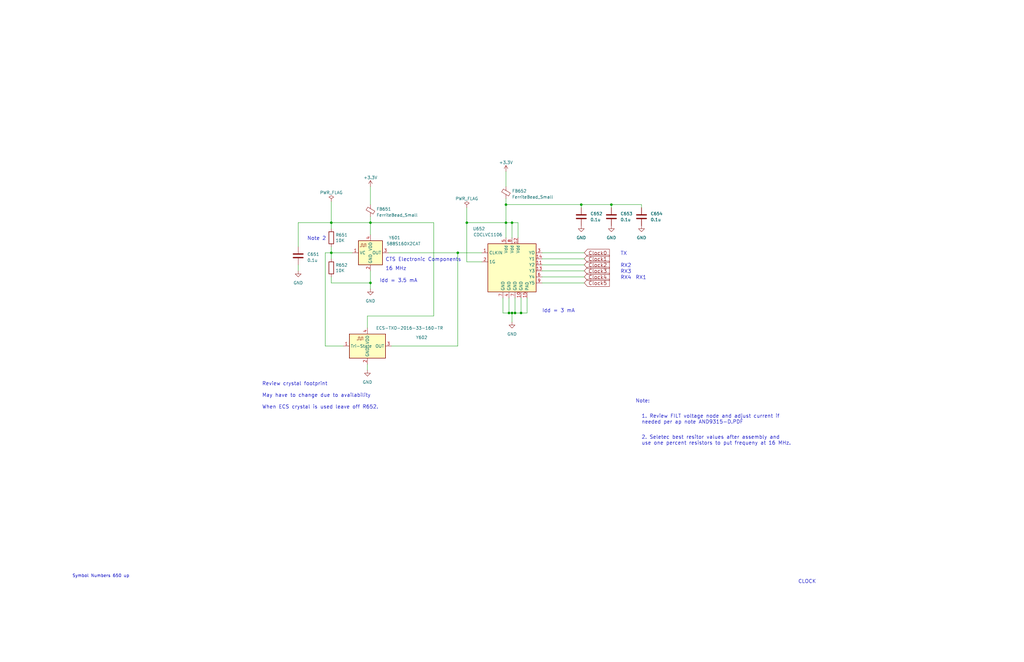
<source format=kicad_sch>
(kicad_sch (version 20230121) (generator eeschema)
  (paper "USLedger")
  (title_block (title "Radiation Tolerant PacSat Communication") (date "2023-06-17") (rev "A") (company "AMSAT-NA") (comment 1 "N5BRG"))
  (lib_symbols
    (symbol "Device:C" (pin_numbers hide) (pin_names (offset 0.254))
      (property "Reference" "C" (at 0.635 2.54 0))
      (property "Value" "C" (at 0.635 -2.54 0))
      (symbol "C_0_1"
        (polyline (pts (xy -2.032 -0.762) (xy 2.032 -0.762)) (stroke (width 0.508)))
        (polyline (pts (xy -2.032 0.762) (xy 2.032 0.762)) (stroke (width 0.508)))
      )
      (symbol "C_1_1"
        (pin passive line (at 0 3.81 270) (length 2.794) (name "~") (number "1"))
        (pin passive line (at 0 -3.81 90) (length 2.794) (name "~") (number "2"))
      )
    )
    (symbol "Device:FerriteBead_Small" (pin_numbers hide) (pin_names (offset 0))
      (property "Reference" "FB" (at 1.905 1.27 0))
      (property "Value" "FerriteBead_Small" (at 1.905 -1.27 0))
      (symbol "FerriteBead_Small_0_1"
        (polyline (pts (xy 0 -1.27) (xy 0 -0.7874)))
        (polyline (pts (xy 0 0.889) (xy 0 1.2954)))
        (polyline (pts (xy -1.8288 0.2794) (xy -1.1176 1.4986) (xy 1.8288 -0.2032) (xy 1.1176 -1.4224) (xy -1.8288 0.2794)))
      )
      (symbol "FerriteBead_Small_1_1"
        (pin passive line (at 0 2.54 270) (length 1.27) (name "~") (number "1"))
        (pin passive line (at 0 -2.54 90) (length 1.27) (name "~") (number "2"))
      )
    )
    (symbol "Device:R" (pin_numbers hide) (pin_names (offset 0))
      (property "Reference" "R" (at 2.032 0 90))
      (property "Value" "R" (at 0 0 90))
      (symbol "R_0_1"
        (rectangle (start -1.016 -2.54) (end 1.016 2.54) (stroke (width 0.254)))
      )
      (symbol "R_1_1"
        (pin passive line (at 0 3.81 270) (length 1.27) (name "~") (number "1"))
        (pin passive line (at 0 -3.81 90) (length 1.27) (name "~") (number "2"))
      )
    )
    (symbol "Oscillator:ECS-2520MV-xxx-xx"
      (property "Reference" "X" (at -5.08 6.35 0))
      (property "Value" "ECS-2520MV-xxx-xx" (at 1.27 -6.35 0))
      (symbol "ECS-2520MV-xxx-xx_0_1"
        (rectangle (start -7.62 5.08) (end 7.62 -5.08) (stroke (width 0.254)) (fill (type background)))
        (polyline (pts (xy -4.445 2.54) (xy -3.81 2.54) (xy -3.81 3.81) (xy -3.175 3.81) (xy -3.175 2.54) (xy -2.54 2.54) (xy -2.54 3.81) (xy -1.905 3.81) (xy -1.905 2.54)))
      )
      (symbol "ECS-2520MV-xxx-xx_1_1"
        (pin input line (at -10.16 0 0) (length 2.54) (name "Tri-State") (number "1"))
        (pin power_in line (at 0 -7.62 90) (length 2.54) (name "GND") (number "2"))
        (pin output line (at 10.16 0 180) (length 2.54) (name "OUT") (number "3"))
        (pin power_in line (at 0 7.62 270) (length 2.54) (name "VDD") (number "4"))
      )
    )
    (symbol "Oscillator:FT5HV"
      (property "Reference" "U" (at 5.08 11.43 0))
      (property "Value" "FT5HV" (at 6.35 8.89 0))
      (symbol "FT5HV_0_1"
        (rectangle (start -5.08 5.08) (end 5.08 -5.08) (stroke (width 0.254)) (fill (type background)))
        (polyline (pts (xy -4.445 2.54) (xy -3.81 2.54) (xy -3.81 3.81) (xy -3.175 3.81) (xy -3.175 2.54) (xy -2.54 2.54) (xy -2.54 3.81) (xy -1.905 3.81) (xy -1.905 2.54)))
      )
      (symbol "FT5HV_1_1"
        (pin input line (at -7.62 0 0) (length 2.54) (name "VC") (number "1"))
        (pin power_in line (at 0 -7.62 90) (length 2.54) (name "GND") (number "2"))
        (pin output line (at 7.62 0 180) (length 2.54) (name "OUT") (number "3"))
        (pin power_in line (at 0 7.62 270) (length 2.54) (name "VDD") (number "4"))
      )
    )
    (symbol "PACSAT_ICs:CDCLVP1106"
      (property "Reference" "U652" (at -13.97 16.51 0))
      (property "Value" "CDCLVC1106" (at -10.16 13.97 0))
      (symbol "CDCLVP1106_0_0"
        (pin input line (at -12.7 6.35 0) (length 2.54) (name "CLKIN") (number "1"))
        (pin power_in line (at 3.81 -12.7 90) (length 2.54) (name "GND") (number "10"))
        (pin output line (at 12.7 1.27 180) (length 2.54) (name "Y2") (number "11"))
        (pin power_in line (at 2.54 12.7 270) (length 2.54) (name "Vdd") (number "12"))
        (pin output line (at 12.7 -1.27 180) (length 2.54) (name "Y3") (number "13"))
        (pin output line (at 12.7 3.81 180) (length 2.54) (name "Y1") (number "14"))
        (pin input line (at -12.7 2.54 0) (length 2.54) (name "1G") (number "2"))
        (pin output line (at 12.7 6.35 180) (length 2.54) (name "YO") (number "3"))
        (pin power_in line (at -1.27 -12.7 90) (length 2.54) (name "GND") (number "4"))
        (pin power_in line (at -2.54 12.7 270) (length 2.54) (name "Vdd") (number "5"))
        (pin output line (at 12.7 -3.81 180) (length 2.54) (name "Y4") (number "6"))
        (pin power_in line (at -3.81 -12.7 90) (length 2.54) (name "GND") (number "7"))
        (pin power_in line (at 1.27 -12.7 90) (length 2.54) (name "GND") (number "7"))
        (pin power_in line (at 0 12.7 270) (length 2.54) (name "Vdd") (number "8"))
        (pin output line (at 12.7 -6.35 180) (length 2.54) (name "Y5") (number "9"))
      )
      (symbol "CDCLVP1106_0_1"
        (rectangle (start -10.16 10.16) (end 10.16 -10.16) (stroke (width 0.254)) (fill (type background)))
      )
      (symbol "CDCLVP1106_1_1"
        (pin power_in line (at 6.35 -12.7 90) (length 2.54) (name "PAD") (number "15"))
      )
    )
    (symbol "power:+3.3V" (power) (pin_names (offset 0))
      (property "Value" "+3.3V" (at 0 3.556 0))
      (symbol "+3.3V_0_1"
        (polyline (pts (xy -0.762 1.27) (xy 0 2.54)))
        (polyline (pts (xy 0 0) (xy 0 2.54)))
        (polyline (pts (xy 0 2.54) (xy 0.762 1.27)))
      )
      (symbol "+3.3V_1_1"
        (pin power_in line (at 0 0 90) (length 0) hide (name "+3.3V") (number "1"))
      )
    )
    (symbol "power:GND" (power) (pin_names (offset 0))
      (property "Value" "GND" (at 0 -3.81 0))
      (symbol "GND_0_1"
        (polyline (pts (xy 0 0) (xy 0 -1.27) (xy 1.27 -1.27) (xy 0 -2.54) (xy -1.27 -1.27) (xy 0 -1.27)))
      )
      (symbol "GND_1_1"
        (pin power_in line (at 0 0 270) (length 0) hide (name "GND") (number "1"))
      )
    )
    (symbol "power:PWR_FLAG" (power) (pin_numbers hide) (pin_names (offset 0) hide)
      (property "Value" "PWR_FLAG" (at 0 3.81 0))
      (symbol "PWR_FLAG_0_0"
        (pin power_out line (at 0 0 90) (length 0) (name "pwr") (number "1"))
      )
      (symbol "PWR_FLAG_0_1"
        (polyline (pts (xy 0 0) (xy 0 1.27) (xy -1.016 1.905) (xy 0 2.54) (xy 1.016 1.905) (xy 0 1.27)))
      )
    )
  )
  (junction (at 214.63 132.08))
  (junction (at 196.85 93.98))
  (junction (at 245.11 86.36))
  (junction (at 139.7 93.98))
  (junction (at 219.71 132.08))
  (junction (at 193.04 106.68))
  (junction (at 217.17 132.08))
  (junction (at 139.7 106.68))
  (junction (at 215.9 132.08))
  (junction (at 213.36 86.36))
  (junction (at 156.21 93.98))
  (junction (at 156.21 119.38))
  (junction (at 213.36 93.98))
  (junction (at 257.81 86.36))
  (junction (at 215.9 93.98))
  (wire (pts (xy 215.9 132.08) (xy 217.17 132.08)))
  (wire (pts (xy 156.21 114.3) (xy 156.21 119.38)))
  (wire (pts (xy 228.6 114.3) (xy 246.38 114.3)))
  (wire (pts (xy 139.7 93.98) (xy 139.7 96.52)))
  (wire (pts (xy 165.1 146.05) (xy 193.04 146.05)))
  (wire (pts (xy 193.04 106.68) (xy 203.2 106.68)))
  (wire (pts (xy 154.94 133.35) (xy 154.94 138.43)))
  (wire (pts (xy 163.83 106.68) (xy 193.04 106.68)))
  (wire (pts (xy 156.21 78.74) (xy 156.21 86.36)))
  (wire (pts (xy 214.63 132.08) (xy 215.9 132.08)))
  (wire (pts (xy 219.71 132.08) (xy 217.17 132.08)))
  (wire (pts (xy 156.21 93.98) (xy 182.88 93.98)))
  (wire (pts (xy 219.71 125.73) (xy 219.71 132.08)))
  (wire (pts (xy 156.21 91.44) (xy 156.21 93.98)))
  (wire (pts (xy 139.7 106.68) (xy 148.59 106.68)))
  (wire (pts (xy 245.11 87.63) (xy 245.11 86.36)))
  (wire (pts (xy 228.6 106.68) (xy 246.38 106.68)))
  (wire (pts (xy 156.21 93.98) (xy 156.21 99.06)))
  (wire (pts (xy 257.81 87.63) (xy 257.81 86.36)))
  (wire (pts (xy 228.6 111.76) (xy 246.38 111.76)))
  (wire (pts (xy 125.73 93.98) (xy 139.7 93.98)))
  (wire (pts (xy 215.9 93.98) (xy 218.44 93.98)))
  (wire (pts (xy 139.7 116.84) (xy 139.7 119.38)))
  (wire (pts (xy 218.44 93.98) (xy 218.44 100.33)))
  (wire (pts (xy 125.73 111.76) (xy 125.73 114.3)))
  (wire (pts (xy 196.85 110.49) (xy 196.85 93.98)))
  (wire (pts (xy 219.71 132.08) (xy 222.25 132.08)))
  (wire (pts (xy 245.11 86.36) (xy 213.36 86.36)))
  (wire (pts (xy 213.36 72.39) (xy 213.36 78.74)))
  (wire (pts (xy 139.7 93.98) (xy 156.21 93.98)))
  (wire (pts (xy 228.6 119.38) (xy 246.38 119.38)))
  (wire (pts (xy 215.9 132.08) (xy 215.9 135.89)))
  (wire (pts (xy 137.16 106.68) (xy 139.7 106.68)))
  (wire (pts (xy 196.85 87.63) (xy 196.85 93.98)))
  (wire (pts (xy 213.36 83.82) (xy 213.36 86.36)))
  (wire (pts (xy 257.81 86.36) (xy 270.51 86.36)))
  (wire (pts (xy 213.36 93.98) (xy 213.36 100.33)))
  (wire (pts (xy 139.7 104.14) (xy 139.7 106.68)))
  (wire (pts (xy 203.2 110.49) (xy 196.85 110.49)))
  (wire (pts (xy 139.7 119.38) (xy 156.21 119.38)))
  (wire (pts (xy 212.09 132.08) (xy 214.63 132.08)))
  (wire (pts (xy 213.36 86.36) (xy 213.36 93.98)))
  (wire (pts (xy 228.6 109.22) (xy 246.38 109.22)))
  (wire (pts (xy 144.78 146.05) (xy 137.16 146.05)))
  (wire (pts (xy 139.7 85.09) (xy 139.7 93.98)))
  (wire (pts (xy 217.17 125.73) (xy 217.17 132.08)))
  (wire (pts (xy 196.85 93.98) (xy 213.36 93.98)))
  (wire (pts (xy 154.94 153.67) (xy 154.94 156.21)))
  (wire (pts (xy 245.11 86.36) (xy 257.81 86.36)))
  (wire (pts (xy 270.51 87.63) (xy 270.51 86.36)))
  (wire (pts (xy 228.6 116.84) (xy 246.38 116.84)))
  (wire (pts (xy 137.16 146.05) (xy 137.16 106.68)))
  (wire (pts (xy 125.73 93.98) (xy 125.73 104.14)))
  (wire (pts (xy 182.88 133.35) (xy 154.94 133.35)))
  (wire (pts (xy 212.09 125.73) (xy 212.09 132.08)))
  (wire (pts (xy 193.04 146.05) (xy 193.04 106.68)))
  (wire (pts (xy 215.9 93.98) (xy 215.9 100.33)))
  (wire (pts (xy 214.63 125.73) (xy 214.63 132.08)))
  (wire (pts (xy 213.36 93.98) (xy 215.9 93.98)))
  (wire (pts (xy 156.21 119.38) (xy 156.21 121.92)))
  (wire (pts (xy 139.7 106.68) (xy 139.7 109.22)))
  (wire (pts (xy 182.88 93.98) (xy 182.88 133.35)))
  (wire (pts (xy 222.25 125.73) (xy 222.25 132.08)))
  (text "RX2" (at 261.62 113.03 0) (effects (font (size 1.524 1.524)) (justify left bottom)))
  (text "1. Review FILT voltage node and adjust current if\nneeded per ap note AND9315-D.PDF" (at 270.51 179.07 0) (effects (font (size 1.524 1.524)) (justify left bottom)))
  (text "CLOCK" (at 336.55 246.38 0) (effects (font (size 1.524 1.524)) (justify left bottom)))
  (text "RX1" (at 267.97 118.11 0) (effects (font (size 1.524 1.524)) (justify left bottom)))
  (text "RX3" (at 261.62 115.57 0) (effects (font (size 1.524 1.524)) (justify left bottom)))
  (text "RX4" (at 261.62 118.11 0) (effects (font (size 1.524 1.524)) (justify left bottom)))
  (text "TX" (at 261.62 107.95 0) (effects (font (size 1.524 1.524)) (justify left bottom)))
  (text "Review crystal footprint\n\nMay have to change due to availability\n\nWhen ECS crystal is used leave off R652." (at 110.49 172.72 0) (effects (font (size 1.524 1.524)) (justify left bottom)))
  (text "CTS Electronic Components" (at 162.56 110.49 0) (effects (font (size 1.524 1.524)) (justify left bottom)))
  (text "Note:\n" (at 267.97 170.18 0) (effects (font (size 1.524 1.524)) (justify left bottom)))
  (text "Note 2" (at 129.54 101.6 0) (effects (font (size 1.524 1.524)) (justify left bottom)))
  (text "16 MHz" (at 162.56 114.3 0) (effects (font (size 1.524 1.524)) (justify left bottom)))
  (text "2. Seletec best resitor values after assembly and\nuse one percent resistors to put frequeny at 16 MHz." (at 270.51 187.96 0) (effects (font (size 1.524 1.524)) (justify left bottom)))
  (text "Idd = 3 mA" (at 228.6 132.08 0) (effects (font (size 1.524 1.524)) (justify left bottom)))
  (text "Symbol Numbers 650 up" (at 30.48 243.84 0) (effects (font (size 1.27 1.27)) (justify left bottom)))
  (text "Idd = 3.5 mA" (at 160.02 119.38 0) (effects (font (size 1.524 1.524)) (justify left bottom)))
  (global_label "Clock4" (shape input) (at 246.38 116.84 0) (effects (font (size 1.524 1.524))) (property "Intersheetrefs" "${INTERSHEET_REFS}" (effects hide)))
  (global_label "Clock3" (shape input) (at 246.38 114.3 0) (effects (font (size 1.524 1.524))) (property "Intersheetrefs" "${INTERSHEET_REFS}" (effects hide)))
  (global_label "Clock0" (shape input) (at 246.38 106.68 0) (effects (font (size 1.524 1.524))) (property "Intersheetrefs" "${INTERSHEET_REFS}" (effects hide)))
  (global_label "Clock1" (shape input) (at 246.38 109.22 0) (effects (font (size 1.524 1.524))) (property "Intersheetrefs" "${INTERSHEET_REFS}" (effects hide)))
  (global_label "Clock2" (shape input) (at 246.38 111.76 0) (effects (font (size 1.524 1.524))) (property "Intersheetrefs" "${INTERSHEET_REFS}" (effects hide)))
  (global_label "Clock5" (shape input) (at 246.38 119.38 0) (effects (font (size 1.524 1.524))) (property "Intersheetrefs" "${INTERSHEET_REFS}" (effects hide)))
  (symbol (lib_id "Device:C") (at 245.11 91.44 0) (unit 1)
    (property "Reference" "C652" (at 248.92 90.1699 0) (effects (justify left)))
    (property "Value" "0.1u" (at 248.92 92.7099 0) (effects (justify left)))
    (property "Footprint" "Capacitor_SMD:C_0603_1608Metric_Pad1.08x0.95mm_HandSolder" (effects hide))
  )
  (symbol (lib_id "power:GND") (at 215.9 135.89 0) (unit 1)
    (property "Reference" "#PWR0655" (effects hide))
    (property "Value" "GND" (at 215.9 140.97 0))
  )
  (symbol (lib_id "power:+3.3V") (at 156.21 78.74 0) (unit 1)
    (property "Reference" "#PWR0652" (effects hide))
    (property "Value" "+3.3V" (at 156.21 74.93 0))
  )
  (symbol (lib_id "power:GND") (at 154.94 156.21 0) (unit 1)
    (property "Reference" "#PWR0143" (effects hide))
    (property "Value" "GND" (at 154.94 161.29 0))
  )
  (symbol (lib_id "Device:FerriteBead_Small") (at 156.21 88.9 0) (unit 1)
    (property "Reference" "FB651" (at 158.75 88.2269 0) (effects (justify left)))
    (property "Value" "FerriteBead_Small" (at 158.75 90.7669 0) (effects (justify left)))
    (property "Footprint" "Resistor_SMD:R_0603_1608Metric_Pad0.98x0.95mm_HandSolder" (effects hide))
  )
  (symbol (lib_id "power:GND") (at 270.51 95.25 0) (unit 1)
    (property "Reference" "#PWR0658" (effects hide))
    (property "Value" "GND" (at 270.51 100.33 0))
  )
  (symbol (lib_id "power:GND") (at 257.81 95.25 0) (unit 1)
    (property "Reference" "#PWR0657" (effects hide))
    (property "Value" "GND" (at 257.81 100.33 0))
  )
  (symbol (lib_id "power:PWR_FLAG") (at 196.85 87.63 0) (unit 1)
    (property "Reference" "#FLG095" (effects hide))
    (property "Value" "PWR_FLAG" (at 196.85 83.82 0))
  )
  (symbol (lib_id "power:PWR_FLAG") (at 139.7 85.09 0) (unit 1)
    (property "Reference" "#FLG06" (effects hide))
    (property "Value" "PWR_FLAG" (at 139.7 81.28 0))
  )
  (symbol (lib_id "power:+3.3V") (at 213.36 72.39 0) (unit 1)
    (property "Reference" "#PWR0654" (effects hide))
    (property "Value" "+3.3V" (at 213.36 68.58 0))
  )
  (symbol (lib_id "Device:R") (at 139.7 100.33 0) (unit 1)
    (property "Reference" "R651" (at 141.478 99.1616 0) (effects (justify left)))
    (property "Value" "10K" (at 141.478 101.473 0) (effects (justify left)))
    (property "Footprint" "Resistor_SMD:R_0603_1608Metric_Pad0.98x0.95mm_HandSolder" (effects hide))
  )
  (symbol (lib_id "power:GND") (at 245.11 95.25 0) (unit 1)
    (property "Reference" "#PWR0656" (effects hide))
    (property "Value" "GND" (at 245.11 100.33 0))
  )
  (symbol (lib_id "Device:FerriteBead_Small") (at 213.36 81.28 0) (unit 1)
    (property "Reference" "FB652" (at 215.9 80.6069 0) (effects (justify left)))
    (property "Value" "FerriteBead_Small" (at 215.9 83.1469 0) (effects (justify left)))
    (property "Footprint" "Resistor_SMD:R_0603_1608Metric_Pad0.98x0.95mm_HandSolder" (effects hide))
  )
  (symbol (lib_id "Device:C") (at 125.73 107.95 0) (unit 1)
    (property "Reference" "C651" (at 129.54 107.315 0) (effects (justify left)))
    (property "Value" "0.1u" (at 129.54 109.855 0) (effects (justify left)))
    (property "Footprint" "Capacitor_SMD:C_0603_1608Metric_Pad1.08x0.95mm_HandSolder" (effects hide))
  )
  (symbol (lib_id "Oscillator:FT5HV") (at 156.21 106.68 0) (unit 1)
    (property "Reference" "Y601" (at 166.37 100.33 0))
    (property "Value" "588S160X2CAT" (at 170.18 102.87 0))
    (property "Footprint" "PacSatDev_misc:Oscillator_SMD_CTS_4X5mm" (effects hide))
    (property "Datasheet" "https://foxonline.com/wp-content/uploads/pdfs/T5HN_T5HV.pdf" (effects hide))
  )
  (symbol (lib_id "power:GND") (at 156.21 121.92 0) (unit 1)
    (property "Reference" "#PWR0653" (effects hide))
    (property "Value" "GND" (at 156.21 127 0))
  )
  (symbol (lib_id "Device:R") (at 139.7 113.03 0) (unit 1)
    (property "Reference" "R652" (at 141.478 111.8616 0) (effects (justify left)))
    (property "Value" "10K" (at 141.478 114.173 0) (effects (justify left)))
    (property "Footprint" "Resistor_SMD:R_0603_1608Metric_Pad0.98x0.95mm_HandSolder" (effects hide))
  )
  (symbol (lib_id "Device:C") (at 257.81 91.44 0) (unit 1)
    (property "Reference" "C653" (at 261.62 90.1699 0) (effects (justify left)))
    (property "Value" "0.1u" (at 261.62 92.7099 0) (effects (justify left)))
    (property "Footprint" "Capacitor_SMD:C_0603_1608Metric_Pad1.08x0.95mm_HandSolder" (effects hide))
  )
  (symbol (lib_id "Oscillator:ECS-2520MV-xxx-xx") (at 154.94 146.05 0) (unit 1)
    (property "Reference" "Y602" (at 177.8 142.4021 0))
    (property "Value" "ECS-TXO-2016-33-160-TR" (at 172.72 138.43 0))
    (property "Footprint" "Oscillator:Oscillator_SMD_ECS_2520MV-xxx-xx-4Pin_2.5x2.0mm" (effects hide))
    (property "Datasheet" "https://www.ecsxtal.com/store/pdf/ECS-2520MV.pdf" (effects hide))
  )
  (symbol (lib_id "PACSAT_ICs:CDCLVP1106") (at 215.9 113.03 0) (unit 1)
    (property "Reference" "U652" (at 201.93 96.52 0))
    (property "Value" "CDCLVC1106" (at 205.74 99.06 0))
    (property "Footprint" "Package_SO:HTSSOP-14-1EP_4.4x5mm_P0.65mm_EP3.4x5mm_Mask3x3.1mm" (effects hide))
    (property "Datasheet" "https://www.ti.com/lit/ds/symlink/cdclvc1106.pdf?ts=1677547349892&ref_url=https%253A%252F%252Fwww.ti.com%252Fsitesearch%252Fen-us%252Fdocs%252Funiversalsearch.tsp%253FlangPref%253Den-US%2526searchTerm%253DCDCLVC1106%2526nr%253D39" (effects hide))
  )
  (symbol (lib_id "Device:C") (at 270.51 91.44 0) (unit 1)
    (property "Reference" "C654" (at 274.32 90.1699 0) (effects (justify left)))
    (property "Value" "0.1u" (at 274.32 92.7099 0) (effects (justify left)))
    (property "Footprint" "Capacitor_SMD:C_0603_1608Metric_Pad1.08x0.95mm_HandSolder" (effects hide))
  )
  (symbol (lib_id "power:GND") (at 125.73 114.3 0) (unit 1)
    (property "Reference" "#PWR0651" (effects hide))
    (property "Value" "GND" (at 125.73 119.38 0))
  )
)
</source>
